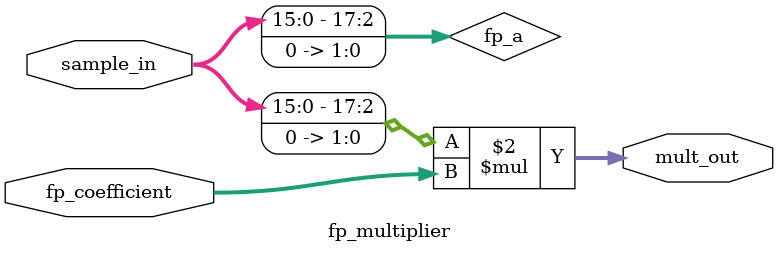
<source format=sv>
module fp_multiplier (
	input logic [15:0] sample_in,
	input signed [17:0] fp_coefficient, // fp: 3.15
	output logic [35:0] mult_out // fp: 19.17
);

logic signed [17:0] fp_a;

always_comb
begin
	fp_a = {sample_in, 2'd0}; // fp: 16.2
	mult_out = fp_a * fp_coefficient;
end

endmodule
</source>
